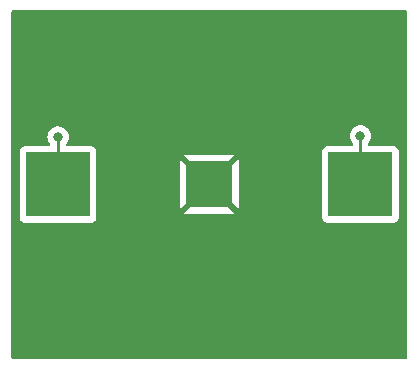
<source format=gbr>
%TF.GenerationSoftware,KiCad,Pcbnew,8.0.6*%
%TF.CreationDate,2025-06-23T21:39:08+01:00*%
%TF.ProjectId,blinky,626c696e-6b79-42e6-9b69-6361645f7063,0.1*%
%TF.SameCoordinates,Original*%
%TF.FileFunction,Copper,L2,Bot*%
%TF.FilePolarity,Positive*%
%FSLAX46Y46*%
G04 Gerber Fmt 4.6, Leading zero omitted, Abs format (unit mm)*
G04 Created by KiCad (PCBNEW 8.0.6) date 2025-06-23 21:39:08*
%MOMM*%
%LPD*%
G01*
G04 APERTURE LIST*
%TA.AperFunction,SMDPad,CuDef*%
%ADD10R,5.500000X5.500000*%
%TD*%
%TA.AperFunction,SMDPad,CuDef*%
%ADD11R,4.000000X4.000000*%
%TD*%
%TA.AperFunction,ViaPad*%
%ADD12C,0.800000*%
%TD*%
%TA.AperFunction,Conductor*%
%ADD13C,0.250000*%
%TD*%
G04 APERTURE END LIST*
D10*
%TO.P,BT1,1,+*%
%TO.N,Net-(BT1-+)*%
X118000000Y-59200000D03*
X92400000Y-59200000D03*
D11*
%TO.P,BT1,2,-*%
%TO.N,GND*%
X105200000Y-59200000D03*
%TD*%
D12*
%TO.N,Net-(BT1-+)*%
X92400000Y-55200000D03*
X118000000Y-55100000D03*
%TO.N,GND*%
X98200000Y-67800000D03*
X100900000Y-57200000D03*
X98200000Y-54500000D03*
%TD*%
D13*
%TO.N,Net-(BT1-+)*%
X92400000Y-59200000D02*
X92400000Y-55200000D01*
X118000000Y-55100000D02*
X118000000Y-59200000D01*
X118000000Y-55100000D02*
X117875000Y-55225000D01*
%TD*%
%TA.AperFunction,Conductor*%
%TO.N,GND*%
G36*
X121892539Y-44490185D02*
G01*
X121938294Y-44542989D01*
X121949500Y-44594500D01*
X121949500Y-73845500D01*
X121929815Y-73912539D01*
X121877011Y-73958294D01*
X121825500Y-73969500D01*
X88574500Y-73969500D01*
X88507461Y-73949815D01*
X88461706Y-73897011D01*
X88450500Y-73845500D01*
X88450500Y-56402135D01*
X89149500Y-56402135D01*
X89149500Y-61997870D01*
X89149501Y-61997876D01*
X89155908Y-62057483D01*
X89206202Y-62192328D01*
X89206206Y-62192335D01*
X89292452Y-62307544D01*
X89292455Y-62307547D01*
X89407664Y-62393793D01*
X89407671Y-62393797D01*
X89542517Y-62444091D01*
X89542516Y-62444091D01*
X89549444Y-62444835D01*
X89602127Y-62450500D01*
X95197872Y-62450499D01*
X95257483Y-62444091D01*
X95392331Y-62393796D01*
X95507546Y-62307546D01*
X95593796Y-62192331D01*
X95644091Y-62057483D01*
X95650500Y-61997873D01*
X95650500Y-61684722D01*
X103068829Y-61684722D01*
X103068829Y-61684723D01*
X103092624Y-61693598D01*
X103152155Y-61699999D01*
X103152172Y-61700000D01*
X107247828Y-61700000D01*
X107247844Y-61699999D01*
X107307372Y-61693598D01*
X107307378Y-61693597D01*
X107331168Y-61684723D01*
X107331168Y-61684722D01*
X105200001Y-59553553D01*
X105200000Y-59553553D01*
X103068829Y-61684722D01*
X95650500Y-61684722D01*
X95650499Y-57152155D01*
X102700000Y-57152155D01*
X102700000Y-61247844D01*
X102706401Y-61307372D01*
X102706403Y-61307382D01*
X102715275Y-61331168D01*
X102715276Y-61331169D01*
X104846446Y-59200000D01*
X104846446Y-59199999D01*
X105553553Y-59199999D01*
X107684722Y-61331168D01*
X107684723Y-61331168D01*
X107693597Y-61307378D01*
X107693598Y-61307372D01*
X107699999Y-61247844D01*
X107700000Y-61247827D01*
X107700000Y-57152172D01*
X107699999Y-57152155D01*
X107693598Y-57092624D01*
X107684722Y-57068829D01*
X105553553Y-59199999D01*
X104846446Y-59199999D01*
X102715276Y-57068829D01*
X102706401Y-57092626D01*
X102700000Y-57152155D01*
X95650499Y-57152155D01*
X95650499Y-56715276D01*
X103068829Y-56715276D01*
X105200000Y-58846446D01*
X105200001Y-58846446D01*
X107331169Y-56715276D01*
X107331168Y-56715275D01*
X107307382Y-56706403D01*
X107307372Y-56706401D01*
X107247844Y-56700000D01*
X103152155Y-56700000D01*
X103092626Y-56706401D01*
X103068829Y-56715276D01*
X95650499Y-56715276D01*
X95650499Y-56402135D01*
X114749500Y-56402135D01*
X114749500Y-61997870D01*
X114749501Y-61997876D01*
X114755908Y-62057483D01*
X114806202Y-62192328D01*
X114806206Y-62192335D01*
X114892452Y-62307544D01*
X114892455Y-62307547D01*
X115007664Y-62393793D01*
X115007671Y-62393797D01*
X115142517Y-62444091D01*
X115142516Y-62444091D01*
X115149444Y-62444835D01*
X115202127Y-62450500D01*
X120797872Y-62450499D01*
X120857483Y-62444091D01*
X120992331Y-62393796D01*
X121107546Y-62307546D01*
X121193796Y-62192331D01*
X121244091Y-62057483D01*
X121250500Y-61997873D01*
X121250499Y-56402128D01*
X121244091Y-56342517D01*
X121193796Y-56207669D01*
X121193795Y-56207668D01*
X121193793Y-56207664D01*
X121107547Y-56092455D01*
X121107544Y-56092452D01*
X120992335Y-56006206D01*
X120992328Y-56006202D01*
X120857482Y-55955908D01*
X120857483Y-55955908D01*
X120797883Y-55949501D01*
X120797881Y-55949500D01*
X120797873Y-55949500D01*
X120797865Y-55949500D01*
X118749500Y-55949500D01*
X118682461Y-55929815D01*
X118636706Y-55877011D01*
X118625500Y-55825500D01*
X118625500Y-55798687D01*
X118645185Y-55731648D01*
X118657350Y-55715715D01*
X118675891Y-55695122D01*
X118732533Y-55632216D01*
X118827179Y-55468284D01*
X118885674Y-55288256D01*
X118905460Y-55100000D01*
X118885674Y-54911744D01*
X118827179Y-54731716D01*
X118732533Y-54567784D01*
X118605871Y-54427112D01*
X118590369Y-54415849D01*
X118452734Y-54315851D01*
X118452729Y-54315848D01*
X118279807Y-54238857D01*
X118279802Y-54238855D01*
X118134001Y-54207865D01*
X118094646Y-54199500D01*
X117905354Y-54199500D01*
X117872897Y-54206398D01*
X117720197Y-54238855D01*
X117720192Y-54238857D01*
X117547270Y-54315848D01*
X117547265Y-54315851D01*
X117394129Y-54427111D01*
X117267466Y-54567785D01*
X117172821Y-54731715D01*
X117172818Y-54731722D01*
X117114327Y-54911740D01*
X117114326Y-54911744D01*
X117094540Y-55100000D01*
X117114326Y-55288256D01*
X117114327Y-55288259D01*
X117172818Y-55468277D01*
X117172821Y-55468284D01*
X117267467Y-55632216D01*
X117310772Y-55680310D01*
X117342650Y-55715715D01*
X117372880Y-55778706D01*
X117374500Y-55798687D01*
X117374500Y-55825500D01*
X117354815Y-55892539D01*
X117302011Y-55938294D01*
X117250500Y-55949500D01*
X115202129Y-55949500D01*
X115202123Y-55949501D01*
X115142516Y-55955908D01*
X115007671Y-56006202D01*
X115007664Y-56006206D01*
X114892455Y-56092452D01*
X114892452Y-56092455D01*
X114806206Y-56207664D01*
X114806202Y-56207671D01*
X114755908Y-56342517D01*
X114749501Y-56402116D01*
X114749501Y-56402123D01*
X114749500Y-56402135D01*
X95650499Y-56402135D01*
X95650499Y-56402128D01*
X95644091Y-56342517D01*
X95593796Y-56207669D01*
X95593795Y-56207668D01*
X95593793Y-56207664D01*
X95507547Y-56092455D01*
X95507544Y-56092452D01*
X95392335Y-56006206D01*
X95392328Y-56006202D01*
X95257482Y-55955908D01*
X95257483Y-55955908D01*
X95197883Y-55949501D01*
X95197881Y-55949500D01*
X95197873Y-55949500D01*
X95197865Y-55949500D01*
X93215398Y-55949500D01*
X93148359Y-55929815D01*
X93102604Y-55877011D01*
X93092660Y-55807853D01*
X93121685Y-55744297D01*
X93123248Y-55742528D01*
X93123544Y-55742198D01*
X93132533Y-55732216D01*
X93227179Y-55568284D01*
X93285674Y-55388256D01*
X93305460Y-55200000D01*
X93285674Y-55011744D01*
X93227179Y-54831716D01*
X93132533Y-54667784D01*
X93005871Y-54527112D01*
X93005870Y-54527111D01*
X92852734Y-54415851D01*
X92852729Y-54415848D01*
X92679807Y-54338857D01*
X92679802Y-54338855D01*
X92534001Y-54307865D01*
X92494646Y-54299500D01*
X92305354Y-54299500D01*
X92272897Y-54306398D01*
X92120197Y-54338855D01*
X92120192Y-54338857D01*
X91947270Y-54415848D01*
X91947265Y-54415851D01*
X91794129Y-54527111D01*
X91667466Y-54667785D01*
X91572821Y-54831715D01*
X91572818Y-54831722D01*
X91514327Y-55011740D01*
X91514326Y-55011744D01*
X91494540Y-55200000D01*
X91514326Y-55388256D01*
X91514327Y-55388259D01*
X91572818Y-55568277D01*
X91572821Y-55568284D01*
X91667467Y-55732216D01*
X91676110Y-55741815D01*
X91676752Y-55742528D01*
X91706982Y-55805519D01*
X91698357Y-55874855D01*
X91653615Y-55928520D01*
X91586963Y-55949478D01*
X91584602Y-55949500D01*
X89602129Y-55949500D01*
X89602123Y-55949501D01*
X89542516Y-55955908D01*
X89407671Y-56006202D01*
X89407664Y-56006206D01*
X89292455Y-56092452D01*
X89292452Y-56092455D01*
X89206206Y-56207664D01*
X89206202Y-56207671D01*
X89155908Y-56342517D01*
X89149501Y-56402116D01*
X89149501Y-56402123D01*
X89149500Y-56402135D01*
X88450500Y-56402135D01*
X88450500Y-44594500D01*
X88470185Y-44527461D01*
X88522989Y-44481706D01*
X88574500Y-44470500D01*
X121825500Y-44470500D01*
X121892539Y-44490185D01*
G37*
%TD.AperFunction*%
%TD*%
M02*

</source>
